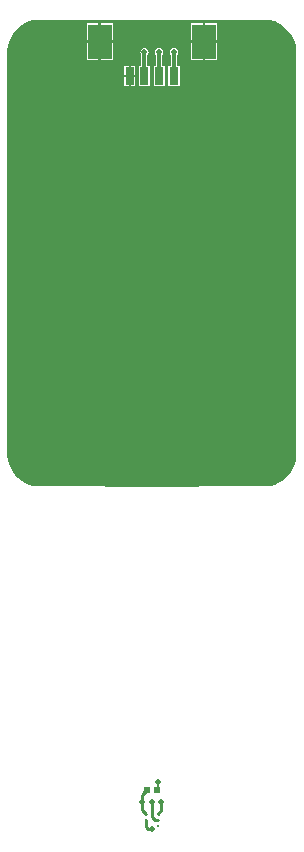
<source format=gbr>
%TF.GenerationSoftware,Altium Limited,Altium Designer,23.3.1 (30)*%
G04 Layer_Physical_Order=1*
G04 Layer_Color=255*
%FSLAX26Y26*%
%MOIN*%
%TF.SameCoordinates,8EB50123-24BD-4293-BAC2-458A60E0733E*%
%TF.FilePolarity,Positive*%
%TF.FileFunction,Copper,L1,Top,Signal*%
%TF.Part,Single*%
G01*
G75*
%TA.AperFunction,BGAPad,CuDef*%
%ADD10C,0.011811*%
%TA.AperFunction,ConnectorPad*%
%ADD11R,0.078740X0.118110*%
%ADD12R,0.029528X0.059055*%
%TA.AperFunction,SMDPad,CuDef*%
%ADD13R,0.018504X0.020472*%
%TA.AperFunction,Conductor*%
%ADD14C,0.011811*%
%ADD15C,0.009842*%
%ADD16C,0.007874*%
%TA.AperFunction,ViaPad*%
%ADD17C,0.196850*%
%ADD18C,0.019685*%
G36*
X395146Y2665281D02*
X408830Y2661614D01*
X421919Y2656193D01*
X434188Y2649109D01*
X445428Y2640485D01*
X455445Y2630467D01*
X464070Y2619227D01*
X471153Y2606959D01*
X476575Y2593869D01*
X480242Y2580185D01*
X482091Y2566139D01*
Y2559055D01*
Y1220472D01*
Y1213389D01*
X480242Y1199342D01*
X476575Y1185658D01*
X471154Y1172569D01*
X464070Y1160300D01*
X455445Y1149060D01*
X445428Y1139043D01*
X434188Y1130418D01*
X421919Y1123335D01*
X408830Y1117913D01*
X395146Y1114246D01*
X381099Y1112397D01*
X173228D01*
X173065Y1112364D01*
X172900Y1112392D01*
X165175Y1112139D01*
X164690Y1112026D01*
X164194Y1112058D01*
X148876Y1110042D01*
X148250Y1109829D01*
X147589Y1109786D01*
X145633Y1109261D01*
X-145633D01*
X-147589Y1109785D01*
X-148250Y1109829D01*
X-148876Y1110042D01*
X-164194Y1112058D01*
X-164690Y1112026D01*
X-165175Y1112139D01*
X-172900Y1112392D01*
X-173065Y1112364D01*
X-173228Y1112397D01*
X-381099D01*
X-395145Y1114246D01*
X-408830Y1117913D01*
X-421919Y1123334D01*
X-434188Y1130418D01*
X-445428Y1139043D01*
X-455446Y1149060D01*
X-464070Y1160300D01*
X-471154Y1172569D01*
X-476575Y1185658D01*
X-480242Y1199342D01*
X-482091Y1213389D01*
Y1220472D01*
Y2559055D01*
Y2566138D01*
X-480242Y2580185D01*
X-476575Y2593869D01*
X-471154Y2606958D01*
X-464070Y2619227D01*
X-455446Y2630467D01*
X-445428Y2640485D01*
X-434188Y2649110D01*
X-421919Y2656193D01*
X-408830Y2661615D01*
X-395145Y2665281D01*
X-381100Y2667131D01*
X381100D01*
X395146Y2665281D01*
D02*
G37*
%LPC*%
G36*
X217520Y2657480D02*
X178150D01*
Y2598425D01*
X217520D01*
Y2657480D01*
D02*
G37*
G36*
X-130905D02*
X-170276D01*
Y2598425D01*
X-130905D01*
Y2657480D01*
D02*
G37*
G36*
X-178150D02*
X-217520D01*
Y2598425D01*
X-178150D01*
Y2657480D01*
D02*
G37*
G36*
X170276D02*
X130905D01*
Y2598425D01*
X170276D01*
Y2657480D01*
D02*
G37*
G36*
X217520Y2590551D02*
X178150D01*
Y2531496D01*
X217520D01*
Y2590551D01*
D02*
G37*
G36*
X170276D02*
X130905D01*
Y2531496D01*
X170276D01*
Y2590551D01*
D02*
G37*
G36*
X-130905D02*
X-170276D01*
Y2531496D01*
X-130905D01*
Y2590551D01*
D02*
G37*
G36*
X-178150D02*
X-217520D01*
Y2531496D01*
X-178150D01*
Y2590551D01*
D02*
G37*
G36*
X-55118Y2513779D02*
X-69882D01*
Y2484252D01*
X-55118D01*
Y2513779D01*
D02*
G37*
G36*
X-77756D02*
X-92520D01*
Y2484252D01*
X-77756D01*
Y2513779D01*
D02*
G37*
G36*
X73819Y2573105D02*
X68442Y2572035D01*
X63884Y2568990D01*
X60839Y2564432D01*
X59769Y2559055D01*
X60839Y2553679D01*
X63252Y2550068D01*
X63295Y2549941D01*
X63298Y2549893D01*
X63337Y2549815D01*
X63384Y2549619D01*
X63431Y2549348D01*
X63644Y2546220D01*
X63652Y2545238D01*
X63784Y2544928D01*
Y2521938D01*
X63654Y2521646D01*
X63598Y2519533D01*
X63447Y2517820D01*
X63213Y2516417D01*
X62923Y2515340D01*
X62623Y2514606D01*
X62374Y2514199D01*
X62238Y2514053D01*
X62213Y2514036D01*
X62185Y2514026D01*
X61562Y2513960D01*
X61229Y2513779D01*
X55118D01*
Y2446850D01*
X92520D01*
Y2513779D01*
X86409D01*
X86076Y2513960D01*
X85453Y2514026D01*
X85425Y2514036D01*
X85400Y2514053D01*
X85264Y2514199D01*
X85015Y2514606D01*
X84715Y2515340D01*
X84425Y2516417D01*
X84191Y2517820D01*
X84040Y2519533D01*
X83984Y2521646D01*
X83854Y2521938D01*
Y2544928D01*
X83986Y2545238D01*
X83995Y2546279D01*
X84066Y2548008D01*
X84195Y2549277D01*
X84254Y2549619D01*
X84301Y2549815D01*
X84340Y2549893D01*
X84343Y2549941D01*
X84386Y2550068D01*
X86799Y2553679D01*
X87868Y2559055D01*
X86799Y2564432D01*
X83753Y2568990D01*
X79195Y2572035D01*
X73819Y2573105D01*
D02*
G37*
G36*
X24606D02*
X19230Y2572035D01*
X14672Y2568990D01*
X11626Y2564432D01*
X10557Y2559055D01*
X11626Y2553679D01*
X14571Y2549271D01*
Y2513779D01*
X5906D01*
Y2446850D01*
X43307D01*
Y2513779D01*
X34642D01*
Y2549271D01*
X37586Y2553679D01*
X38656Y2559055D01*
X37586Y2564432D01*
X34541Y2568990D01*
X29983Y2572035D01*
X24606Y2573105D01*
D02*
G37*
G36*
X-24606D02*
X-29983Y2572035D01*
X-34541Y2568990D01*
X-37586Y2564432D01*
X-38656Y2559055D01*
X-37586Y2553679D01*
X-34642Y2549271D01*
Y2513779D01*
X-43307D01*
Y2446850D01*
X-5906D01*
Y2513779D01*
X-14571D01*
Y2549271D01*
X-11626Y2553679D01*
X-10557Y2559055D01*
X-11626Y2564432D01*
X-14672Y2568990D01*
X-19230Y2572035D01*
X-24606Y2573105D01*
D02*
G37*
G36*
X-55118Y2476378D02*
X-69882D01*
Y2446850D01*
X-55118D01*
Y2476378D01*
D02*
G37*
G36*
X-77756D02*
X-92520D01*
Y2446850D01*
X-77756D01*
Y2476378D01*
D02*
G37*
%LPD*%
G36*
X80522Y2551785D02*
X80354Y2551447D01*
X80207Y2551013D01*
X80079Y2550483D01*
X79971Y2549856D01*
X79813Y2548313D01*
X79734Y2546385D01*
X79724Y2545276D01*
X67913D01*
X67904Y2546385D01*
X67667Y2549856D01*
X67559Y2550483D01*
X67431Y2551013D01*
X67284Y2551447D01*
X67116Y2551785D01*
X66929Y2552026D01*
X80709D01*
X80522Y2551785D01*
D02*
G37*
G36*
X79784Y2519289D02*
X79961Y2517281D01*
X80256Y2515510D01*
X80669Y2513974D01*
X81201Y2512675D01*
X81850Y2511612D01*
X82618Y2510785D01*
X83504Y2510195D01*
X84508Y2509840D01*
X85630Y2509722D01*
X62008D01*
X63130Y2509840D01*
X64134Y2510195D01*
X65020Y2510785D01*
X65787Y2511612D01*
X66437Y2512675D01*
X66969Y2513974D01*
X67382Y2515510D01*
X67677Y2517281D01*
X67854Y2519289D01*
X67913Y2521533D01*
X79724D01*
X79784Y2519289D01*
D02*
G37*
D10*
X-19685Y19685D02*
D03*
Y0D02*
D03*
Y-19685D02*
D03*
X19685Y19685D02*
D03*
Y0D02*
D03*
Y-19685D02*
D03*
D11*
X-174213Y2594488D02*
D03*
X174213D02*
D03*
D12*
X-73819Y2480315D02*
D03*
X-24606D02*
D03*
X73819D02*
D03*
X24606D02*
D03*
D13*
X-16929Y98425D02*
D03*
X16929D02*
D03*
D14*
X-16929Y97441D02*
Y98425D01*
X-21260Y94094D02*
X-20276D01*
X-16929Y97441D01*
X73819Y2480315D02*
Y2559055D01*
X24606Y2480315D02*
Y2559055D01*
X-24606Y2480315D02*
Y2559055D01*
D15*
X-31496Y31496D02*
Y83858D01*
X-21260Y94094D01*
X-19685Y-19685D02*
Y0D01*
Y-22667D02*
Y-19685D01*
X31496Y31496D02*
Y59055D01*
X0Y10000D02*
X5025Y4975D01*
X0Y10000D02*
Y59055D01*
X5025Y4975D02*
X10000Y0D01*
X19685D01*
Y19685D02*
X31496Y31496D01*
X-31496D02*
X-19685Y19685D01*
X-0Y-29527D02*
X0Y-29528D01*
X-19685Y-22667D02*
X-12824Y-29527D01*
X-0D01*
D16*
X20000Y125551D02*
X20433Y125984D01*
X20000Y100177D02*
Y125551D01*
D17*
X374016Y1220472D02*
D03*
X-374016D02*
D03*
X374016Y2559055D02*
D03*
X-374016D02*
D03*
D18*
X31496Y59055D02*
D03*
X0D02*
D03*
X20433Y125984D02*
D03*
X-112716Y1746260D02*
D03*
Y2139961D02*
D03*
X379410Y1943110D02*
D03*
X182559Y2336811D02*
D03*
X-309567Y1352559D02*
D03*
X-407992Y2336811D02*
D03*
X-211142D02*
D03*
X-407992Y1549410D02*
D03*
X-309567Y1746260D02*
D03*
Y2139961D02*
D03*
X-211142Y1549410D02*
D03*
X-407992Y1943110D02*
D03*
X-112716Y2533662D02*
D03*
X84134Y1746260D02*
D03*
X-211142Y1155709D02*
D03*
Y1943110D02*
D03*
X379410Y2336811D02*
D03*
X84134Y1352559D02*
D03*
X280984Y1746260D02*
D03*
X182559Y1155709D02*
D03*
Y1549410D02*
D03*
Y1943110D02*
D03*
X84134Y2139961D02*
D03*
X-112716Y1352559D02*
D03*
X280984D02*
D03*
Y2139961D02*
D03*
X379410Y1549410D02*
D03*
X73819Y2559055D02*
D03*
X24606D02*
D03*
X-24606D02*
D03*
X-31496Y59055D02*
D03*
X0Y-29528D02*
D03*
%TF.MD5,bf2e28da6a103d2b4d3f8660e91e45a1*%
M02*

</source>
